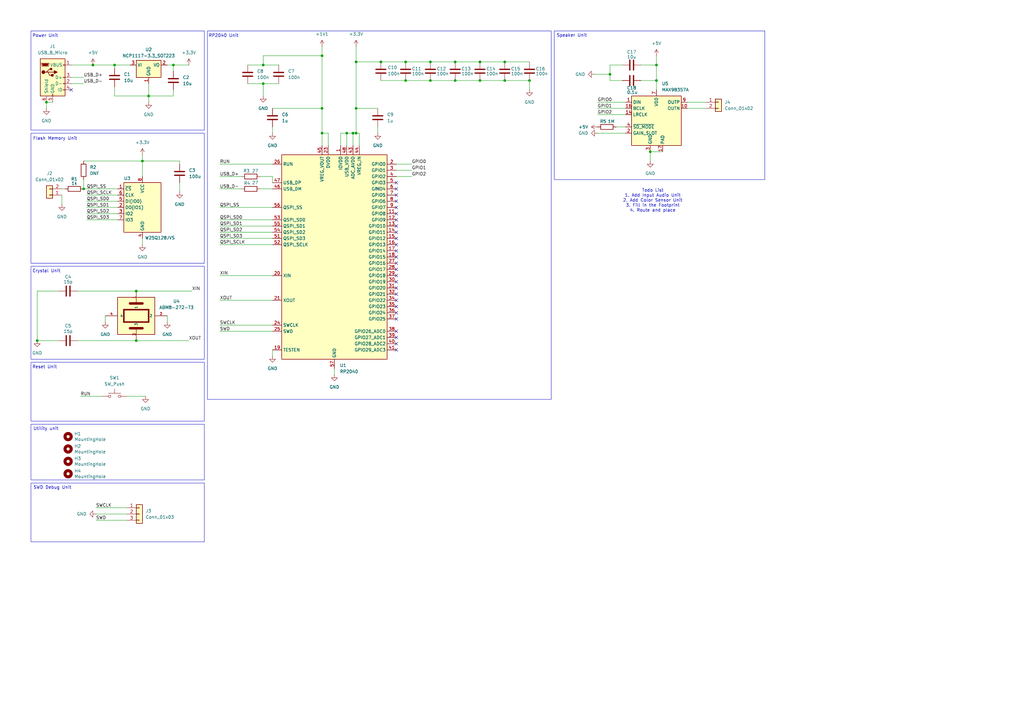
<source format=kicad_sch>
(kicad_sch (version 20231120) (generator "eeschema") (generator_version "8.0")
  (paper "A3")
  (lib_symbols
    (symbol "ABM8-272-T3:ABM8-272-T3" (pin_names (offset 1.016))
      (property "Reference" "U" (at 0 0 0))
      (property "Value" "ABM8-272-T3" (at 0 0 0))
      (symbol "ABM8-272-T3_0_0"
        (rectangle (start -7.62 -7.62) (end 7.62 7.62) (stroke (width 0.254)) (fill (type background)))
        (polyline (pts (xy -5.08 -2.54) (xy 5.08 -2.54)) (stroke (width 0.6096)))
        (polyline (pts (xy -5.08 2.54) (xy -5.08 -2.54)) (stroke (width 0.6096)))
        (polyline (pts (xy -2.54 -5.08) (xy 2.54 -5.08)) (stroke (width 1.016)))
        (polyline (pts (xy -2.54 5.08) (xy 2.54 5.08)) (stroke (width 1.016)))
        (polyline (pts (xy 5.08 -2.54) (xy 5.08 2.54)) (stroke (width 0.6096)))
        (polyline (pts (xy 5.08 2.54) (xy -5.08 2.54)) (stroke (width 0.6096)))
        (pin bidirectional line (at 0 10.16 270) (length 5.08) (name "1") (number "1"))
        (pin bidirectional line (at 12.7 0 180) (length 5.08) (name "2") (number "2"))
        (pin bidirectional line (at 0 -10.16 90) (length 5.08) (name "3") (number "3"))
        (pin bidirectional line (at -12.7 0 0) (length 5.08) (name "4") (number "4"))
      )
    )
    (symbol "Audio:MAX98357A"
      (property "Reference" "U" (at -8.89 11.43 0))
      (property "Value" "MAX98357A" (at 10.16 11.43 0))
      (symbol "MAX98357A_1_1"
        (rectangle (start -10.16 10.16) (end 10.16 -10.16) (stroke (width 0.254)) (fill (type background)))
        (pin input line (at -12.7 7.62 0) (length 2.54) (name "DIN") (number "1"))
        (pin output line (at 12.7 5.08 180) (length 2.54) (name "OUTN") (number "10"))
        (pin passive line (at -2.54 -12.7 90) (length 2.54) hide (name "GND") (number "11"))
        (pin no_connect line (at 10.16 -5.08 180) (length 2.54) hide (name "NC") (number "12"))
        (pin no_connect line (at 10.16 -7.62 180) (length 2.54) hide (name "NC") (number "13"))
        (pin input line (at -12.7 2.54 0) (length 2.54) (name "LRCLK") (number "14"))
        (pin passive line (at -2.54 -12.7 90) (length 2.54) hide (name "GND") (number "15"))
        (pin input line (at -12.7 5.08 0) (length 2.54) (name "BCLK") (number "16"))
        (pin unspecified line (at 2.54 -12.7 90) (length 2.54) (name "PAD") (number "17"))
        (pin passive line (at -12.7 -5.08 0) (length 2.54) (name "GAIN_SLOT") (number "2"))
        (pin power_in line (at -2.54 -12.7 90) (length 2.54) (name "GND") (number "3"))
        (pin input line (at -12.7 -2.54 0) (length 2.54) (name "~{SD_MODE}") (number "4"))
        (pin no_connect line (at 10.16 2.54 180) (length 2.54) hide (name "NC") (number "5"))
        (pin no_connect line (at 10.16 0 180) (length 2.54) hide (name "NC") (number "6"))
        (pin power_in line (at 0 12.7 270) (length 2.54) (name "VDD") (number "7"))
        (pin passive line (at 0 12.7 270) (length 2.54) hide (name "VDD") (number "8"))
        (pin output line (at 12.7 7.62 180) (length 2.54) (name "OUTP") (number "9"))
      )
    )
    (symbol "Connector:USB_B_Micro" (pin_names (offset 1.016))
      (property "Reference" "J" (at -5.08 11.43 0))
      (property "Value" "USB_B_Micro" (at -5.08 8.89 0))
      (symbol "USB_B_Micro_0_1"
        (rectangle (start -5.08 -7.62) (end 5.08 7.62) (stroke (width 0.254)) (fill (type background)))
        (circle (center -3.81 2.159) (radius 0.635) (stroke (width 0.254)) (fill (type outline)))
        (circle (center -0.635 3.429) (radius 0.381) (stroke (width 0.254)) (fill (type outline)))
        (rectangle (start -0.127 -7.62) (end 0.127 -6.858))
        (polyline (pts (xy -1.905 2.159) (xy 0.635 2.159)) (stroke (width 0.254)))
        (polyline (pts (xy -3.175 2.159) (xy -2.54 2.159) (xy -1.27 3.429) (xy -0.635 3.429)) (stroke (width 0.254)))
        (polyline (pts (xy -2.54 2.159) (xy -1.905 2.159) (xy -1.27 0.889) (xy 0 0.889)) (stroke (width 0.254)))
        (polyline (pts (xy 0.635 2.794) (xy 0.635 1.524) (xy 1.905 2.159) (xy 0.635 2.794)) (stroke (width 0.254)) (fill (type outline)))
        (polyline (pts (xy -4.318 5.588) (xy -1.778 5.588) (xy -2.032 4.826) (xy -4.064 4.826) (xy -4.318 5.588)) (fill (type outline)))
        (polyline (pts (xy -4.699 5.842) (xy -4.699 5.588) (xy -4.445 4.826) (xy -4.445 4.572) (xy -1.651 4.572) (xy -1.651 4.826) (xy -1.397 5.588) (xy -1.397 5.842) (xy -4.699 5.842)))
        (rectangle (start 0.254 1.27) (end -0.508 0.508) (stroke (width 0.254)) (fill (type outline)))
        (rectangle (start 5.08 -5.207) (end 4.318 -4.953))
        (rectangle (start 5.08 -2.667) (end 4.318 -2.413))
        (rectangle (start 5.08 -0.127) (end 4.318 0.127))
        (rectangle (start 5.08 4.953) (end 4.318 5.207))
      )
      (symbol "USB_B_Micro_1_1"
        (pin power_out line (at 7.62 5.08 180) (length 2.54) (name "VBUS") (number "1"))
        (pin bidirectional line (at 7.62 -2.54 180) (length 2.54) (name "D-") (number "2"))
        (pin bidirectional line (at 7.62 0 180) (length 2.54) (name "D+") (number "3"))
        (pin passive line (at 7.62 -5.08 180) (length 2.54) (name "ID") (number "4"))
        (pin power_out line (at 0 -10.16 90) (length 2.54) (name "GND") (number "5"))
        (pin passive line (at -2.54 -10.16 90) (length 2.54) (name "Shield") (number "6"))
      )
    )
    (symbol "Connector_Generic:Conn_01x02" (pin_names (offset 1.016) hide)
      (property "Reference" "J" (at 0 2.54 0))
      (property "Value" "Conn_01x02" (at 0 -5.08 0))
      (symbol "Conn_01x02_1_1"
        (rectangle (start -1.27 -2.413) (end 0 -2.667) (stroke (width 0.1524)))
        (rectangle (start -1.27 0.127) (end 0 -0.127) (stroke (width 0.1524)))
        (rectangle (start -1.27 1.27) (end 1.27 -3.81) (stroke (width 0.254)) (fill (type background)))
        (pin passive line (at -5.08 0 0) (length 3.81) (name "Pin_1") (number "1"))
        (pin passive line (at -5.08 -2.54 0) (length 3.81) (name "Pin_2") (number "2"))
      )
    )
    (symbol "Connector_Generic:Conn_01x03" (pin_names (offset 1.016) hide)
      (property "Reference" "J" (at 0 5.08 0))
      (property "Value" "Conn_01x03" (at 0 -5.08 0))
      (symbol "Conn_01x03_1_1"
        (rectangle (start -1.27 -2.413) (end 0 -2.667) (stroke (width 0.1524)))
        (rectangle (start -1.27 0.127) (end 0 -0.127) (stroke (width 0.1524)))
        (rectangle (start -1.27 2.667) (end 0 2.413) (stroke (width 0.1524)))
        (rectangle (start -1.27 3.81) (end 1.27 -3.81) (stroke (width 0.254)) (fill (type background)))
        (pin passive line (at -5.08 2.54 0) (length 3.81) (name "Pin_1") (number "1"))
        (pin passive line (at -5.08 0 0) (length 3.81) (name "Pin_2") (number "2"))
        (pin passive line (at -5.08 -2.54 0) (length 3.81) (name "Pin_3") (number "3"))
      )
    )
    (symbol "Device:C" (pin_numbers hide) (pin_names (offset 0.254))
      (property "Reference" "C" (at 0.635 2.54 0))
      (property "Value" "C" (at 0.635 -2.54 0))
      (symbol "C_0_1"
        (polyline (pts (xy -2.032 -0.762) (xy 2.032 -0.762)) (stroke (width 0.508)))
        (polyline (pts (xy -2.032 0.762) (xy 2.032 0.762)) (stroke (width 0.508)))
      )
      (symbol "C_1_1"
        (pin passive line (at 0 3.81 270) (length 2.794) (name "~") (number "1"))
        (pin passive line (at 0 -3.81 90) (length 2.794) (name "~") (number "2"))
      )
    )
    (symbol "Device:R" (pin_numbers hide) (pin_names (offset 0))
      (property "Reference" "R" (at 2.032 0 90))
      (property "Value" "R" (at 0 0 90))
      (symbol "R_0_1"
        (rectangle (start -1.016 -2.54) (end 1.016 2.54) (stroke (width 0.254)))
      )
      (symbol "R_1_1"
        (pin passive line (at 0 3.81 270) (length 1.27) (name "~") (number "1"))
        (pin passive line (at 0 -3.81 90) (length 1.27) (name "~") (number "2"))
      )
    )
    (symbol "MCU_RaspberryPi:RP2040"
      (property "Reference" "U" (at 17.78 45.72 0))
      (property "Value" "RP2040" (at 17.78 43.18 0))
      (symbol "RP2040_0_1"
        (rectangle (start -21.59 41.91) (end 21.59 -41.91) (stroke (width 0.254)) (fill (type background)))
      )
      (symbol "RP2040_1_1"
        (pin power_in line (at 2.54 45.72 270) (length 3.81) (name "IOVDD") (number "1"))
        (pin passive line (at 2.54 45.72 270) (length 3.81) hide (name "IOVDD") (number "10"))
        (pin bidirectional line (at 25.4 17.78 180) (length 3.81) (name "GPIO8") (number "11"))
        (pin bidirectional line (at 25.4 15.24 180) (length 3.81) (name "GPIO9") (number "12"))
        (pin bidirectional line (at 25.4 12.7 180) (length 3.81) (name "GPIO10") (number "13"))
        (pin bidirectional line (at 25.4 10.16 180) (length 3.81) (name "GPIO11") (number "14"))
        (pin bidirectional line (at 25.4 7.62 180) (length 3.81) (name "GPIO12") (number "15"))
        (pin bidirectional line (at 25.4 5.08 180) (length 3.81) (name "GPIO13") (number "16"))
        (pin bidirectional line (at 25.4 2.54 180) (length 3.81) (name "GPIO14") (number "17"))
        (pin bidirectional line (at 25.4 0 180) (length 3.81) (name "GPIO15") (number "18"))
        (pin input line (at -25.4 -38.1 0) (length 3.81) (name "TESTEN") (number "19"))
        (pin bidirectional line (at 25.4 38.1 180) (length 3.81) (name "GPIO0") (number "2"))
        (pin input line (at -25.4 -7.62 0) (length 3.81) (name "XIN") (number "20"))
        (pin passive line (at -25.4 -17.78 0) (length 3.81) (name "XOUT") (number "21"))
        (pin passive line (at 2.54 45.72 270) (length 3.81) hide (name "IOVDD") (number "22"))
        (pin power_in line (at -2.54 45.72 270) (length 3.81) (name "DVDD") (number "23"))
        (pin input line (at -25.4 -27.94 0) (length 3.81) (name "SWCLK") (number "24"))
        (pin bidirectional line (at -25.4 -30.48 0) (length 3.81) (name "SWD") (number "25"))
        (pin input line (at -25.4 38.1 0) (length 3.81) (name "RUN") (number "26"))
        (pin bidirectional line (at 25.4 -2.54 180) (length 3.81) (name "GPIO16") (number "27"))
        (pin bidirectional line (at 25.4 -5.08 180) (length 3.81) (name "GPIO17") (number "28"))
        (pin bidirectional line (at 25.4 -7.62 180) (length 3.81) (name "GPIO18") (number "29"))
        (pin bidirectional line (at 25.4 35.56 180) (length 3.81) (name "GPIO1") (number "3"))
        (pin bidirectional line (at 25.4 -10.16 180) (length 3.81) (name "GPIO19") (number "30"))
        (pin bidirectional line (at 25.4 -12.7 180) (length 3.81) (name "GPIO20") (number "31"))
        (pin bidirectional line (at 25.4 -15.24 180) (length 3.81) (name "GPIO21") (number "32"))
        (pin passive line (at 2.54 45.72 270) (length 3.81) hide (name "IOVDD") (number "33"))
        (pin bidirectional line (at 25.4 -17.78 180) (length 3.81) (name "GPIO22") (number "34"))
        (pin bidirectional line (at 25.4 -20.32 180) (length 3.81) (name "GPIO23") (number "35"))
        (pin bidirectional line (at 25.4 -22.86 180) (length 3.81) (name "GPIO24") (number "36"))
        (pin bidirectional line (at 25.4 -25.4 180) (length 3.81) (name "GPIO25") (number "37"))
        (pin bidirectional line (at 25.4 -30.48 180) (length 3.81) (name "GPIO26_ADC0") (number "38"))
        (pin bidirectional line (at 25.4 -33.02 180) (length 3.81) (name "GPIO27_ADC1") (number "39"))
        (pin bidirectional line (at 25.4 33.02 180) (length 3.81) (name "GPIO2") (number "4"))
        (pin bidirectional line (at 25.4 -35.56 180) (length 3.81) (name "GPIO28_ADC2") (number "40"))
        (pin bidirectional line (at 25.4 -38.1 180) (length 3.81) (name "GPIO29_ADC3") (number "41"))
        (pin passive line (at 2.54 45.72 270) (length 3.81) hide (name "IOVDD") (number "42"))
        (pin power_in line (at 7.62 45.72 270) (length 3.81) (name "ADC_AVDD") (number "43"))
        (pin power_in line (at 10.16 45.72 270) (length 3.81) (name "VREG_IN") (number "44"))
        (pin power_out line (at -5.08 45.72 270) (length 3.81) (name "VREG_VOUT") (number "45"))
        (pin bidirectional line (at -25.4 27.94 0) (length 3.81) (name "USB_DM") (number "46"))
        (pin bidirectional line (at -25.4 30.48 0) (length 3.81) (name "USB_DP") (number "47"))
        (pin power_in line (at 5.08 45.72 270) (length 3.81) (name "USB_VDD") (number "48"))
        (pin passive line (at 2.54 45.72 270) (length 3.81) hide (name "IOVDD") (number "49"))
        (pin bidirectional line (at 25.4 30.48 180) (length 3.81) (name "GPIO3") (number "5"))
        (pin passive line (at -2.54 45.72 270) (length 3.81) hide (name "DVDD") (number "50"))
        (pin bidirectional line (at -25.4 7.62 0) (length 3.81) (name "QSPI_SD3") (number "51"))
        (pin output line (at -25.4 5.08 0) (length 3.81) (name "QSPI_SCLK") (number "52"))
        (pin bidirectional line (at -25.4 15.24 0) (length 3.81) (name "QSPI_SD0") (number "53"))
        (pin bidirectional line (at -25.4 10.16 0) (length 3.81) (name "QSPI_SD2") (number "54"))
        (pin bidirectional line (at -25.4 12.7 0) (length 3.81) (name "QSPI_SD1") (number "55"))
        (pin bidirectional line (at -25.4 20.32 0) (length 3.81) (name "QSPI_SS") (number "56"))
        (pin power_in line (at 0 -45.72 90) (length 3.81) (name "GND") (number "57"))
        (pin bidirectional line (at 25.4 27.94 180) (length 3.81) (name "GPIO4") (number "6"))
        (pin bidirectional line (at 25.4 25.4 180) (length 3.81) (name "GPIO5") (number "7"))
        (pin bidirectional line (at 25.4 22.86 180) (length 3.81) (name "GPIO6") (number "8"))
        (pin bidirectional line (at 25.4 20.32 180) (length 3.81) (name "GPIO7") (number "9"))
      )
    )
    (symbol "Mechanical:MountingHole" (pin_names (offset 1.016))
      (property "Reference" "H" (at 0 5.08 0))
      (property "Value" "MountingHole" (at 0 3.175 0))
      (symbol "MountingHole_0_1"
        (circle (center 0 0) (radius 1.27) (stroke (width 1.27)))
      )
    )
    (symbol "Memory_Flash:W25Q128JVS"
      (property "Reference" "U" (at -6.35 11.43 0))
      (property "Value" "W25Q128JVS" (at 7.62 11.43 0))
      (symbol "W25Q128JVS_0_1"
        (rectangle (start -7.62 10.16) (end 7.62 -10.16) (stroke (width 0.254)) (fill (type background)))
      )
      (symbol "W25Q128JVS_1_1"
        (pin input line (at -10.16 7.62 0) (length 2.54) (name "~{CS}") (number "1"))
        (pin bidirectional line (at -10.16 0 0) (length 2.54) (name "DO(IO1)") (number "2"))
        (pin bidirectional line (at -10.16 -2.54 0) (length 2.54) (name "IO2") (number "3"))
        (pin power_in line (at 0 -12.7 90) (length 2.54) (name "GND") (number "4"))
        (pin bidirectional line (at -10.16 2.54 0) (length 2.54) (name "DI(IO0)") (number "5"))
        (pin input line (at -10.16 5.08 0) (length 2.54) (name "CLK") (number "6"))
        (pin bidirectional line (at -10.16 -5.08 0) (length 2.54) (name "IO3") (number "7"))
        (pin power_in line (at 0 12.7 270) (length 2.54) (name "VCC") (number "8"))
      )
    )
    (symbol "Regulator_Linear:NCP1117-3.3_SOT223"
      (property "Reference" "U" (at -3.81 3.175 0))
      (property "Value" "NCP1117-3.3_SOT223" (at 0 3.175 0))
      (symbol "NCP1117-3.3_SOT223_0_1"
        (rectangle (start -5.08 -5.08) (end 5.08 1.905) (stroke (width 0.254)) (fill (type background)))
      )
      (symbol "NCP1117-3.3_SOT223_1_1"
        (pin power_in line (at 0 -7.62 90) (length 2.54) (name "GND") (number "1"))
        (pin power_out line (at 7.62 0 180) (length 2.54) (name "VO") (number "2"))
        (pin power_in line (at -7.62 0 0) (length 2.54) (name "VI") (number "3"))
      )
    )
    (symbol "Switch:SW_Push" (pin_numbers hide) (pin_names (offset 1.016) hide)
      (property "Reference" "SW" (at 1.27 2.54 0))
      (property "Value" "SW_Push" (at 0 -1.524 0))
      (symbol "SW_Push_0_1"
        (circle (center -2.032 0) (radius 0.508))
        (polyline (pts (xy 0 1.27) (xy 0 3.048)))
        (polyline (pts (xy 2.54 1.27) (xy -2.54 1.27)))
        (circle (center 2.032 0) (radius 0.508))
        (pin passive line (at -5.08 0 0) (length 2.54) (name "1") (number "1"))
        (pin passive line (at 5.08 0 180) (length 2.54) (name "2") (number "2"))
      )
    )
    (symbol "power:+1V1" (power) (pin_numbers hide) (pin_names (offset 0) hide)
      (property "Value" "+1V1" (at 0 3.556 0))
      (symbol "+1V1_0_1"
        (polyline (pts (xy -0.762 1.27) (xy 0 2.54)))
        (polyline (pts (xy 0 0) (xy 0 2.54)))
        (polyline (pts (xy 0 2.54) (xy 0.762 1.27)))
      )
      (symbol "+1V1_1_1"
        (pin power_in line (at 0 0 90) (length 0) (name "~") (number "1"))
      )
    )
    (symbol "power:+3.3V" (power) (pin_numbers hide) (pin_names (offset 0) hide)
      (property "Value" "+3.3V" (at 0 3.556 0))
      (symbol "+3.3V_0_1"
        (polyline (pts (xy -0.762 1.27) (xy 0 2.54)))
        (polyline (pts (xy 0 0) (xy 0 2.54)))
        (polyline (pts (xy 0 2.54) (xy 0.762 1.27)))
      )
      (symbol "+3.3V_1_1"
        (pin power_in line (at 0 0 90) (length 0) (name "~") (number "1"))
      )
    )
    (symbol "power:+5V" (power) (pin_numbers hide) (pin_names (offset 0) hide)
      (property "Value" "+5V" (at 0 3.556 0))
      (symbol "+5V_0_1"
        (polyline (pts (xy -0.762 1.27) (xy 0 2.54)))
        (polyline (pts (xy 0 0) (xy 0 2.54)))
        (polyline (pts (xy 0 2.54) (xy 0.762 1.27)))
      )
      (symbol "+5V_1_1"
        (pin power_in line (at 0 0 90) (length 0) (name "~") (number "1"))
      )
    )
    (symbol "power:GND" (power) (pin_numbers hide) (pin_names (offset 0) hide)
      (property "Value" "GND" (at 0 -3.81 0))
      (symbol "GND_0_1"
        (polyline (pts (xy 0 0) (xy 0 -1.27) (xy 1.27 -1.27) (xy 0 -2.54) (xy -1.27 -1.27) (xy 0 -1.27)))
      )
      (symbol "GND_1_1"
        (pin power_in line (at 0 0 270) (length 0) (name "~") (number "1"))
      )
    )
  )
  (junction (at 166.37 33.02))
  (junction (at 60.96 39.37))
  (junction (at 132.08 54.61))
  (junction (at 196.85 33.02))
  (junction (at 132.08 22.86))
  (junction (at 55.88 119.38))
  (junction (at 207.01 33.02))
  (junction (at 269.24 26.67))
  (junction (at 142.24 54.61))
  (junction (at 144.78 54.61))
  (junction (at 107.95 34.29))
  (junction (at 146.05 44.45))
  (junction (at 34.29 77.47))
  (junction (at 186.69 25.4))
  (junction (at 166.37 25.4))
  (junction (at 186.69 33.02))
  (junction (at 207.01 25.4))
  (junction (at 58.42 66.04))
  (junction (at 55.88 139.7))
  (junction (at 107.95 26.67))
  (junction (at 46.99 26.67))
  (junction (at 176.53 25.4))
  (junction (at 266.7 62.23))
  (junction (at 15.24 139.7))
  (junction (at 156.21 25.4))
  (junction (at 38.1 26.67))
  (junction (at 132.08 44.45))
  (junction (at 250.19 30.48))
  (junction (at 146.05 54.61))
  (junction (at 71.12 26.67))
  (junction (at 19.05 41.91))
  (junction (at 196.85 25.4))
  (junction (at 269.24 33.02))
  (junction (at 176.53 33.02))
  (junction (at 146.05 25.4))
  (junction (at 217.17 33.02))
  (no_connect (at 162.56 74.93))
  (no_connect (at 162.56 118.11))
  (no_connect (at 162.56 115.57))
  (no_connect (at 162.56 143.51))
  (no_connect (at 162.56 107.95))
  (no_connect (at 162.56 138.43))
  (no_connect (at 162.56 77.47))
  (no_connect (at 162.56 125.73))
  (no_connect (at 29.21 36.83))
  (no_connect (at 162.56 80.01))
  (no_connect (at 162.56 100.33))
  (no_connect (at 162.56 110.49))
  (no_connect (at 154.94 77.47))
  (no_connect (at 162.56 85.09))
  (no_connect (at 162.56 92.71))
  (no_connect (at 162.56 82.55))
  (no_connect (at 162.56 135.89))
  (no_connect (at 162.56 87.63))
  (no_connect (at 162.56 130.81))
  (no_connect (at 162.56 120.65))
  (no_connect (at 162.56 95.25))
  (no_connect (at 162.56 123.19))
  (no_connect (at 162.56 113.03))
  (no_connect (at 162.56 140.97))
  (no_connect (at 162.56 90.17))
  (no_connect (at 162.56 128.27))
  (no_connect (at 162.56 102.87))
  (no_connect (at 162.56 97.79))
  (no_connect (at 162.56 105.41))
  (wire (pts (xy 262.89 26.67) (xy 269.24 26.67)))
  (wire (pts (xy 58.42 63.5) (xy 58.42 66.04)))
  (wire (pts (xy 90.17 92.71) (xy 111.76 92.71)))
  (wire (pts (xy 46.99 39.37) (xy 60.96 39.37)))
  (wire (pts (xy 35.56 80.01) (xy 48.26 80.01)))
  (wire (pts (xy 245.11 46.99) (xy 256.54 46.99)))
  (wire (pts (xy 269.24 33.02) (xy 269.24 36.83)))
  (wire (pts (xy 147.32 54.61) (xy 147.32 59.69)))
  (wire (pts (xy 39.37 210.82) (xy 52.07 210.82)))
  (wire (pts (xy 46.99 26.67) (xy 46.99 27.94)))
  (wire (pts (xy 132.08 22.86) (xy 132.08 44.45)))
  (wire (pts (xy 139.7 54.61) (xy 142.24 54.61)))
  (wire (pts (xy 250.19 26.67) (xy 250.19 30.48)))
  (wire (pts (xy 255.27 26.67) (xy 250.19 26.67)))
  (wire (pts (xy 90.17 72.39) (xy 99.06 72.39)))
  (wire (pts (xy 34.29 77.47) (xy 48.26 77.47)))
  (wire (pts (xy 162.56 69.85) (xy 168.91 69.85)))
  (wire (pts (xy 245.11 54.61) (xy 256.54 54.61)))
  (wire (pts (xy 132.08 54.61) (xy 132.08 44.45)))
  (wire (pts (xy 144.78 54.61) (xy 146.05 54.61)))
  (wire (pts (xy 35.56 85.09) (xy 48.26 85.09)))
  (wire (pts (xy 55.88 139.7) (xy 77.47 139.7)))
  (wire (pts (xy 90.17 90.17) (xy 111.76 90.17)))
  (wire (pts (xy 162.56 72.39) (xy 168.91 72.39)))
  (wire (pts (xy 134.62 54.61) (xy 132.08 54.61)))
  (wire (pts (xy 162.56 67.31) (xy 168.91 67.31)))
  (wire (pts (xy 196.85 33.02) (xy 207.01 33.02)))
  (wire (pts (xy 245.11 41.91) (xy 256.54 41.91)))
  (wire (pts (xy 101.6 34.29) (xy 107.95 34.29)))
  (wire (pts (xy 46.99 26.67) (xy 53.34 26.67)))
  (wire (pts (xy 35.56 82.55) (xy 48.26 82.55)))
  (wire (pts (xy 196.85 25.4) (xy 207.01 25.4)))
  (wire (pts (xy 146.05 44.45) (xy 154.94 44.45)))
  (wire (pts (xy 255.27 33.02) (xy 250.19 33.02)))
  (wire (pts (xy 245.11 44.45) (xy 256.54 44.45)))
  (wire (pts (xy 73.66 67.31) (xy 73.66 66.04)))
  (wire (pts (xy 106.68 72.39) (xy 111.76 72.39)))
  (wire (pts (xy 266.7 62.23) (xy 271.78 62.23)))
  (wire (pts (xy 156.21 25.4) (xy 166.37 25.4)))
  (wire (pts (xy 24.13 119.38) (xy 15.24 119.38)))
  (wire (pts (xy 146.05 25.4) (xy 156.21 25.4)))
  (wire (pts (xy 137.16 151.13) (xy 137.16 153.67)))
  (wire (pts (xy 154.94 52.07) (xy 154.94 54.61)))
  (wire (pts (xy 146.05 19.05) (xy 146.05 25.4)))
  (wire (pts (xy 60.96 34.29) (xy 60.96 39.37)))
  (wire (pts (xy 156.21 33.02) (xy 166.37 33.02)))
  (wire (pts (xy 34.29 66.04) (xy 58.42 66.04)))
  (wire (pts (xy 281.94 41.91) (xy 289.56 41.91)))
  (wire (pts (xy 90.17 77.47) (xy 99.06 77.47)))
  (wire (pts (xy 15.24 119.38) (xy 15.24 139.7)))
  (wire (pts (xy 250.19 33.02) (xy 250.19 30.48)))
  (wire (pts (xy 101.6 26.67) (xy 107.95 26.67)))
  (wire (pts (xy 25.4 77.47) (xy 26.67 77.47)))
  (wire (pts (xy 111.76 52.07) (xy 111.76 54.61)))
  (wire (pts (xy 90.17 85.09) (xy 111.76 85.09)))
  (wire (pts (xy 29.21 26.67) (xy 38.1 26.67)))
  (wire (pts (xy 176.53 25.4) (xy 186.69 25.4)))
  (wire (pts (xy 33.02 162.56) (xy 41.91 162.56)))
  (wire (pts (xy 142.24 54.61) (xy 144.78 54.61)))
  (wire (pts (xy 38.1 26.67) (xy 46.99 26.67)))
  (wire (pts (xy 19.05 41.91) (xy 19.05 44.45)))
  (wire (pts (xy 266.7 62.23) (xy 266.7 66.04)))
  (wire (pts (xy 142.24 54.61) (xy 142.24 59.69)))
  (wire (pts (xy 58.42 66.04) (xy 58.42 72.39)))
  (wire (pts (xy 43.18 129.54) (xy 43.18 132.08)))
  (wire (pts (xy 132.08 44.45) (xy 111.76 44.45)))
  (wire (pts (xy 19.05 41.91) (xy 21.59 41.91)))
  (wire (pts (xy 35.56 87.63) (xy 48.26 87.63)))
  (wire (pts (xy 39.37 208.28) (xy 52.07 208.28)))
  (wire (pts (xy 132.08 54.61) (xy 132.08 59.69)))
  (wire (pts (xy 29.21 31.75) (xy 34.29 31.75)))
  (wire (pts (xy 186.69 25.4) (xy 196.85 25.4)))
  (wire (pts (xy 262.89 33.02) (xy 269.24 33.02)))
  (wire (pts (xy 90.17 95.25) (xy 111.76 95.25)))
  (wire (pts (xy 34.29 73.66) (xy 34.29 77.47)))
  (wire (pts (xy 166.37 25.4) (xy 176.53 25.4)))
  (wire (pts (xy 107.95 34.29) (xy 114.3 34.29)))
  (wire (pts (xy 207.01 33.02) (xy 217.17 33.02)))
  (wire (pts (xy 144.78 54.61) (xy 144.78 59.69)))
  (wire (pts (xy 207.01 25.4) (xy 217.17 25.4)))
  (wire (pts (xy 139.7 59.69) (xy 139.7 54.61)))
  (wire (pts (xy 107.95 26.67) (xy 114.3 26.67)))
  (wire (pts (xy 73.66 74.93) (xy 73.66 78.74)))
  (wire (pts (xy 166.37 33.02) (xy 176.53 33.02)))
  (wire (pts (xy 90.17 113.03) (xy 111.76 113.03)))
  (wire (pts (xy 52.07 162.56) (xy 59.69 162.56)))
  (wire (pts (xy 243.84 30.48) (xy 250.19 30.48)))
  (wire (pts (xy 39.37 213.36) (xy 52.07 213.36)))
  (wire (pts (xy 269.24 22.86) (xy 269.24 26.67)))
  (wire (pts (xy 111.76 143.51) (xy 111.76 146.05)))
  (wire (pts (xy 46.99 35.56) (xy 46.99 39.37)))
  (wire (pts (xy 71.12 26.67) (xy 77.47 26.67)))
  (wire (pts (xy 31.75 139.7) (xy 55.88 139.7)))
  (wire (pts (xy 58.42 66.04) (xy 73.66 66.04)))
  (wire (pts (xy 111.76 72.39) (xy 111.76 74.93)))
  (wire (pts (xy 68.58 129.54) (xy 68.58 132.08)))
  (wire (pts (xy 60.96 39.37) (xy 60.96 41.91)))
  (wire (pts (xy 134.62 59.69) (xy 134.62 54.61)))
  (wire (pts (xy 15.24 139.7) (xy 24.13 139.7)))
  (wire (pts (xy 90.17 97.79) (xy 111.76 97.79)))
  (wire (pts (xy 107.95 22.86) (xy 107.95 26.67)))
  (wire (pts (xy 90.17 135.89) (xy 111.76 135.89)))
  (wire (pts (xy 107.95 22.86) (xy 132.08 22.86)))
  (wire (pts (xy 90.17 133.35) (xy 111.76 133.35)))
  (wire (pts (xy 90.17 67.31) (xy 111.76 67.31)))
  (wire (pts (xy 90.17 100.33) (xy 111.76 100.33)))
  (wire (pts (xy 186.69 33.02) (xy 176.53 33.02)))
  (wire (pts (xy 90.17 123.19) (xy 111.76 123.19)))
  (wire (pts (xy 132.08 19.05) (xy 132.08 22.86)))
  (wire (pts (xy 35.56 90.17) (xy 48.26 90.17)))
  (wire (pts (xy 146.05 25.4) (xy 146.05 44.45)))
  (wire (pts (xy 281.94 44.45) (xy 289.56 44.45)))
  (wire (pts (xy 58.42 97.79) (xy 58.42 100.33)))
  (wire (pts (xy 25.4 80.01) (xy 25.4 83.82)))
  (wire (pts (xy 217.17 33.02) (xy 217.17 36.83)))
  (wire (pts (xy 71.12 26.67) (xy 71.12 29.21)))
  (wire (pts (xy 55.88 119.38) (xy 78.74 119.38)))
  (wire (pts (xy 71.12 36.83) (xy 71.12 39.37)))
  (wire (pts (xy 68.58 26.67) (xy 71.12 26.67)))
  (wire (pts (xy 146.05 44.45) (xy 146.05 54.61)))
  (wire (pts (xy 252.73 52.07) (xy 256.54 52.07)))
  (wire (pts (xy 269.24 26.67) (xy 269.24 33.02)))
  (wire (pts (xy 31.75 119.38) (xy 55.88 119.38)))
  (wire (pts (xy 106.68 77.47) (xy 111.76 77.47)))
  (wire (pts (xy 146.05 54.61) (xy 147.32 54.61)))
  (wire (pts (xy 34.29 34.29) (xy 29.21 34.29)))
  (wire (pts (xy 71.12 39.37) (xy 60.96 39.37)))
  (wire (pts (xy 107.95 34.29) (xy 107.95 39.37)))
  (wire (pts (xy 196.85 33.02) (xy 186.69 33.02)))
  (rectangle (start 12.7 54.61) (end 83.82 107.95))
  (rectangle (start 12.7 109.22) (end 83.82 147.32))
  (rectangle (start 12.7 148.59) (end 83.82 172.72))
  (rectangle (start 12.7 12.7) (end 83.82 53.34))
  (rectangle (start 85.09 12.7) (end 226.06 163.83))
  (text_box "SWD Debug Unit" (at 12.7 198.12 0) (size 71.12 24.13) (effects (font (size 1.27 1.27)) (justify left top)))
  (text_box "Utility unit" (at 12.7 173.99 0) (size 71.12 22.86) (effects (font (size 1.27 1.27)) (justify left top)))
  (text_box "Speaker Unit" (at 227.33 12.7 0) (size 86.36 60.96) (effects (font (size 1.27 1.27)) (justify left top)))
  (text "Reset Unit" (at 18.288 150.622 0) (effects (font (size 1.27 1.27))))
  (text "Todo List\n1. Add Input Audio Unit\n2. Add Color Sensor Unit\n3. Fill in the Footprint\n4. Route and place" (at 267.716 82.296 0) (effects (font (size 1.27 1.27))))
  (text "Power Unit" (at 18.542 14.732 0) (effects (font (size 1.27 1.27))))
  (text "RP2040 Unit" (at 91.694 14.732 0) (effects (font (size 1.27 1.27))))
  (text "Flash Memory Unit" (at 22.606 56.896 0) (effects (font (size 1.27 1.27))))
  (text "Crystal Unit" (at 19.05 111.252 0) (effects (font (size 1.27 1.27))))
  (label "GPIO0" (at 245.11 41.91 0))
  (label "XOUT" (at 77.47 139.7 0))
  (label "USB_D-" (at 90.17 77.47 0))
  (label "QSPI_SD2" (at 90.17 95.25 0))
  (label "GPIO2" (at 245.11 46.99 0))
  (label "QSPI_SD1" (at 35.56 85.09 0))
  (label "XOUT" (at 90.17 123.19 0))
  (label "QSPI_SCLK" (at 90.17 100.33 0))
  (label "GPIO2" (at 168.91 72.39 0))
  (label "XIN" (at 78.74 119.38 0))
  (label "QSPI_SS" (at 90.17 85.09 0))
  (label "GPIO0" (at 168.91 67.31 0))
  (label "SWCLK" (at 39.37 208.28 0))
  (label "RUN" (at 33.02 162.56 0))
  (label "QSPI_SD3" (at 90.17 97.79 0))
  (label "QSPI_SCLK" (at 35.56 80.01 0))
  (label "GPIO1" (at 245.11 44.45 0))
  (label "SWD" (at 39.37 213.36 0))
  (label "QSPI_SD0" (at 90.17 90.17 0))
  (label "USB_D+" (at 90.17 72.39 0))
  (label "GPIO1" (at 168.91 69.85 0))
  (label "USB_D-" (at 34.29 34.29 0))
  (label "QSPI_SD2" (at 35.56 87.63 0))
  (label "QSPI_SD3" (at 35.56 90.17 0))
  (label "QSPI_SS" (at 35.56 77.47 0))
  (label "XIN" (at 90.17 113.03 0))
  (label "USB_D+" (at 34.29 31.75 0))
  (label "SWCLK" (at 90.17 133.35 0))
  (label "QSPI_SD0" (at 35.56 82.55 0))
  (label "QSPI_SD1" (at 90.17 92.71 0))
  (label "SWD" (at 90.17 135.89 0))
  (label "RUN" (at 90.17 67.31 0))
  (symbol (lib_id "power:+5V") (at 245.11 52.07 90) (unit 1)
    (property "Reference" "#PWR22" (effects (hide yes)))
    (property "Value" "+5V" (at 241.3 52.0699 90) (effects (justify left)))
    (property "Description" "Power symbol creates a global label with name \"+5V\"" (effects (hide yes)))
  )
  (symbol (lib_id "power:GND") (at 19.05 44.45 0) (unit 1)
    (property "Reference" "#PWR1" (effects (hide yes)))
    (property "Value" "GND" (at 19.05 49.53 0))
    (property "Description" "Power symbol creates a global label with name \"GND\" , ground" (effects (hide yes)))
  )
  (symbol (lib_id "power:GND") (at 25.4 83.82 0) (unit 1)
    (property "Reference" "#PWR5" (effects (hide yes)))
    (property "Value" "GND" (at 25.4 88.9 0))
    (property "Description" "Power symbol creates a global label with name \"GND\" , ground" (effects (hide yes)))
  )
  (symbol (lib_id "power:GND") (at 58.42 100.33 0) (unit 1)
    (property "Reference" "#PWR3" (effects (hide yes)))
    (property "Value" "GND" (at 58.42 105.41 0))
    (property "Description" "Power symbol creates a global label with name \"GND\" , ground" (effects (hide yes)))
  )
  (symbol (lib_id "Device:C") (at 156.21 29.21 0) (unit 1)
    (property "Reference" "C10" (at 159.004 27.686 0) (effects (justify left)))
    (property "Value" "100n" (at 159.004 30.226 0) (effects (justify left)))
    (property "Footprint" "Capacitor_SMD:C_0603_1608Metric" (effects (hide yes)))
    (property "Description" "Unpolarized capacitor" (effects (hide yes)))
  )
  (symbol (lib_id "Device:C") (at 259.08 33.02 90) (unit 1)
    (property "Reference" "C18" (at 259.08 36.068 90))
    (property "Value" "0.1u" (at 259.334 37.846 90))
    (property "Footprint" "Capacitor_SMD:C_0603_1608Metric" (effects (hide yes)))
    (property "Description" "Unpolarized capacitor" (effects (hide yes)))
  )
  (symbol (lib_id "Connector_Generic:Conn_01x03") (at 57.15 210.82 0) (unit 1)
    (property "Reference" "J3" (at 59.69 209.5499 0) (effects (justify left)))
    (property "Value" "Conn_01x03" (at 59.69 212.0899 0) (effects (justify left)))
    (property "Footprint" "Connector_PinSocket_2.54mm:PinSocket_1x03_P2.54mm_Vertical" (effects (hide yes)))
    (property "Description" "Generic connector, single row, 01x03, script generated (kicad-library-utils/schlib/autogen/connector/)" (effects (hide yes)))
  )
  (symbol (lib_id "power:GND") (at 68.58 132.08 0) (unit 1)
    (property "Reference" "#PWR8" (effects (hide yes)))
    (property "Value" "GND" (at 68.58 137.16 0))
    (property "Description" "Power symbol creates a global label with name \"GND\" , ground" (effects (hide yes)))
  )
  (symbol (lib_id "Mechanical:MountingHole") (at 27.94 194.31 0) (unit 1)
    (property "Reference" "H4" (at 30.48 193.1416 0) (effects (justify left)))
    (property "Value" "MountingHole" (at 30.48 195.453 0) (effects (justify left)))
    (property "Footprint" "MountingHole:MountingHole_2.7mm_M2.5" (effects (hide yes)))
  )
  (symbol (lib_id "power:GND") (at 217.17 36.83 0) (unit 1)
    (property "Reference" "#PWR18" (effects (hide yes)))
    (property "Value" "GND" (at 217.17 41.91 0))
    (property "Description" "Power symbol creates a global label with name \"GND\" , ground" (effects (hide yes)))
  )
  (symbol (lib_id "Device:R") (at 102.87 77.47 90) (unit 1)
    (property "Reference" "R4" (at 101.346 75.184 90))
    (property "Value" "27" (at 104.648 74.93 90))
    (property "Footprint" "Resistor_SMD:R_0603_1608Metric" (effects (hide yes)))
    (property "Description" "Resistor" (effects (hide yes)))
  )
  (symbol (lib_id "power:GND") (at 43.18 132.08 0) (unit 1)
    (property "Reference" "#PWR9" (effects (hide yes)))
    (property "Value" "GND" (at 43.18 137.16 0))
    (property "Description" "Power symbol creates a global label with name \"GND\" , ground" (effects (hide yes)))
  )
  (symbol (lib_id "Device:C") (at 46.99 31.75 0) (unit 1)
    (property "Reference" "C1" (at 50.8 30.4799 0) (effects (justify left)))
    (property "Value" "10u" (at 50.8 33.0199 0) (effects (justify left)))
    (property "Footprint" "Capacitor_SMD:C_0603_1608Metric" (effects (hide yes)))
    (property "Description" "Unpolarized capacitor" (effects (hide yes)))
  )
  (symbol (lib_id "Device:C") (at 71.12 33.02 0) (unit 1)
    (property "Reference" "C2" (at 74.93 31.7499 0) (effects (justify left)))
    (property "Value" "10u" (at 74.93 34.2899 0) (effects (justify left)))
    (property "Footprint" "Capacitor_SMD:C_0603_1608Metric" (effects (hide yes)))
    (property "Description" "Unpolarized capacitor" (effects (hide yes)))
  )
  (symbol (lib_id "power:GND") (at 73.66 78.74 0) (unit 1)
    (property "Reference" "#PWR4" (effects (hide yes)))
    (property "Value" "GND" (at 73.66 83.82 0))
    (property "Description" "Power symbol creates a global label with name \"GND\" , ground" (effects (hide yes)))
  )
  (symbol (lib_id "Mechanical:MountingHole") (at 27.94 184.15 0) (unit 1)
    (property "Reference" "H2" (at 30.48 182.9816 0) (effects (justify left)))
    (property "Value" "MountingHole" (at 30.48 185.293 0) (effects (justify left)))
    (property "Footprint" "MountingHole:MountingHole_2.7mm_M2.5" (effects (hide yes)))
  )
  (symbol (lib_id "Device:C") (at 27.94 139.7 90) (unit 1)
    (property "Reference" "C5" (at 27.94 133.604 90))
    (property "Value" "15p" (at 27.94 135.89 90))
    (property "Footprint" "Capacitor_SMD:C_0402_1005Metric" (effects (hide yes)))
    (property "Description" "Unpolarized capacitor" (effects (hide yes)))
  )
  (symbol (lib_id "Device:R") (at 102.87 72.39 90) (unit 1)
    (property "Reference" "R3" (at 101.092 70.104 90))
    (property "Value" "27" (at 104.648 70.104 90))
    (property "Footprint" "Resistor_SMD:R_0603_1608Metric" (effects (hide yes)))
    (property "Description" "Resistor" (effects (hide yes)))
  )
  (symbol (lib_id "power:GND") (at 59.69 162.56 0) (unit 1)
    (property "Reference" "#PWR13" (effects (hide yes)))
    (property "Value" "GND" (at 59.69 167.64 0))
    (property "Description" "Power symbol creates a global label with name \"GND\" , ground" (effects (hide yes)))
  )
  (symbol (lib_id "power:GND") (at 154.94 54.61 0) (unit 1)
    (property "Reference" "#PWR17" (effects (hide yes)))
    (property "Value" "GND" (at 154.94 59.69 0))
    (property "Description" "Power symbol creates a global label with name \"GND\" , ground" (effects (hide yes)))
  )
  (symbol (lib_id "power:+5V") (at 269.24 22.86 0) (unit 1)
    (property "Reference" "#PWR25" (effects (hide yes)))
    (property "Value" "+5V" (at 269.24 17.78 0))
    (property "Description" "Power symbol creates a global label with name \"+5V\"" (effects (hide yes)))
  )
  (symbol (lib_id "Device:C") (at 111.76 48.26 0) (unit 1)
    (property "Reference" "C6" (at 115.57 46.9899 0) (effects (justify left)))
    (property "Value" "1u" (at 115.57 49.5299 0) (effects (justify left)))
    (property "Footprint" "Capacitor_SMD:C_0402_1005Metric" (effects (hide yes)))
    (property "Description" "Unpolarized capacitor" (effects (hide yes)))
  )
  (symbol (lib_id "power:GND") (at 60.96 41.91 0) (unit 1)
    (property "Reference" "#PWR2" (effects (hide yes)))
    (property "Value" "GND" (at 60.96 46.99 0))
    (property "Description" "Power symbol creates a global label with name \"GND\" , ground" (effects (hide yes)))
  )
  (symbol (lib_id "power:GND") (at 137.16 153.67 0) (unit 1)
    (property "Reference" "#PWR11" (effects (hide yes)))
    (property "Value" "GND" (at 137.16 158.75 0))
    (property "Description" "Power symbol creates a global label with name \"GND\" , ground" (effects (hide yes)))
  )
  (symbol (lib_id "power:GND") (at 266.7 66.04 0) (unit 1)
    (property "Reference" "#PWR24" (effects (hide yes)))
    (property "Value" "GND" (at 266.7 71.12 0))
    (property "Description" "Power symbol creates a global label with name \"GND\" , ground" (effects (hide yes)))
  )
  (symbol (lib_id "Device:R") (at 248.92 52.07 90) (unit 1)
    (property "Reference" "R5" (at 247.396 49.784 90))
    (property "Value" "1M" (at 250.698 49.784 90))
    (property "Footprint" "Resistor_SMD:R_0603_1608Metric" (effects (hide yes)))
    (property "Description" "Resistor" (effects (hide yes)))
  )
  (symbol (lib_id "Device:C") (at 166.37 29.21 0) (unit 1)
    (property "Reference" "C11" (at 168.91 28.194 0) (effects (justify left)))
    (property "Value" "100n" (at 168.91 30.226 0) (effects (justify left)))
    (property "Footprint" "Capacitor_SMD:C_0603_1608Metric" (effects (hide yes)))
    (property "Description" "Unpolarized capacitor" (effects (hide yes)))
  )
  (symbol (lib_id "Device:C") (at 114.3 30.48 0) (unit 1)
    (property "Reference" "C7" (at 118.11 29.2099 0) (effects (justify left)))
    (property "Value" "100n" (at 118.11 31.7499 0) (effects (justify left)))
    (property "Footprint" "Capacitor_SMD:C_0603_1608Metric" (effects (hide yes)))
    (property "Description" "Unpolarized capacitor" (effects (hide yes)))
  )
  (symbol (lib_id "Device:C") (at 154.94 48.26 0) (unit 1)
    (property "Reference" "C9" (at 158.75 46.9899 0) (effects (justify left)))
    (property "Value" "1u" (at 158.75 49.5299 0) (effects (justify left)))
    (property "Footprint" "Capacitor_SMD:C_0402_1005Metric" (effects (hide yes)))
    (property "Description" "Unpolarized capacitor" (effects (hide yes)))
  )
  (symbol (lib_id "Switch:SW_Push") (at 46.99 162.56 0) (unit 1)
    (property "Reference" "SW1" (at 46.99 154.94 0))
    (property "Value" "SW_Push" (at 46.99 157.48 0))
    (property "Footprint" "Button_Switch_THT:SW_PUSH_1P1T_6x3.5mm_H4.3_APEM_MJTP1243" (effects (hide yes)))
    (property "Description" "Push button switch, generic, two pins" (effects (hide yes)))
  )
  (symbol (lib_id "Device:C") (at 73.66 71.12 0) (unit 1)
    (property "Reference" "C3" (at 77.47 69.8499 0) (effects (justify left)))
    (property "Value" "100u" (at 77.47 72.3899 0) (effects (justify left)))
    (property "Footprint" "Capacitor_SMD:C_0603_1608Metric" (effects (hide yes)))
    (property "Description" "Unpolarized capacitor" (effects (hide yes)))
  )
  (symbol (lib_id "power:GND") (at 111.76 146.05 0) (unit 1)
    (property "Reference" "#PWR12" (effects (hide yes)))
    (property "Value" "GND" (at 111.76 151.13 0))
    (property "Description" "Power symbol creates a global label with name \"GND\" , ground" (effects (hide yes)))
  )
  (symbol (lib_id "Mechanical:MountingHole") (at 27.94 189.23 0) (unit 1)
    (property "Reference" "H3" (at 30.48 188.0616 0) (effects (justify left)))
    (property "Value" "MountingHole" (at 30.48 190.373 0) (effects (justify left)))
    (property "Footprint" "MountingHole:MountingHole_2.7mm_M2.5" (effects (hide yes)))
  )
  (symbol (lib_id "power:GND") (at 15.24 139.7 0) (unit 1)
    (property "Reference" "#PWR10" (effects (hide yes)))
    (property "Value" "GND" (at 15.24 144.78 0))
    (property "Description" "Power symbol creates a global label with name \"GND\" , ground" (effects (hide yes)))
  )
  (symbol (lib_id "Device:R") (at 30.48 77.47 90) (unit 1)
    (property "Reference" "R1" (at 30.48 73.406 90))
    (property "Value" "1k" (at 30.48 75.184 90))
    (property "Footprint" "Resistor_SMD:R_0603_1608Metric" (effects (hide yes)))
    (property "Description" "Resistor" (effects (hide yes)))
  )
  (symbol (lib_id "Mechanical:MountingHole") (at 27.94 179.07 0) (unit 1)
    (property "Reference" "H1" (at 30.48 177.9016 0) (effects (justify left)))
    (property "Value" "MountingHole" (at 30.48 180.213 0) (effects (justify left)))
    (property "Footprint" "MountingHole:MountingHole_2.7mm_M2.5" (effects (hide yes)))
  )
  (symbol (lib_id "Device:C") (at 217.17 29.21 0) (unit 1)
    (property "Reference" "C16" (at 219.71 28.194 0) (effects (justify left)))
    (property "Value" "100n" (at 219.71 30.226 0) (effects (justify left)))
    (property "Footprint" "Capacitor_SMD:C_0603_1608Metric" (effects (hide yes)))
    (property "Description" "Unpolarized capacitor" (effects (hide yes)))
  )
  (symbol (lib_id "Device:R") (at 34.29 69.85 180) (unit 1)
    (property "Reference" "R2" (at 36.83 68.5799 0) (effects (justify right)))
    (property "Value" "DNF" (at 36.83 71.1199 0) (effects (justify right)))
    (property "Footprint" "Resistor_SMD:R_0603_1608Metric" (effects (hide yes)))
    (property "Description" "Resistor" (effects (hide yes)))
  )
  (symbol (lib_id "Connector:USB_B_Micro") (at 21.59 31.75 0) (unit 1)
    (property "Reference" "J1" (at 21.59 19.05 0))
    (property "Value" "USB_B_Micro" (at 21.59 21.59 0))
    (property "Footprint" "Connector_USB:USB_Micro-B_Amphenol_10103594-0001LF_Horizontal" (effects (hide yes)))
    (property "Description" "USB Micro Type B connector" (effects (hide yes)))
  )
  (symbol (lib_id "power:+3.3V") (at 77.47 26.67 0) (unit 1)
    (property "Reference" "#PWR6" (effects (hide yes)))
    (property "Value" "+3.3V" (at 77.47 21.59 0))
    (property "Description" "Power symbol creates a global label with name \"+3.3V\"" (effects (hide yes)))
  )
  (symbol (lib_id "power:+3.3V") (at 58.42 63.5 0) (unit 1)
    (property "Reference" "#PWR7" (effects (hide yes)))
    (property "Value" "+3.3V" (at 58.42 58.42 0))
    (property "Description" "Power symbol creates a global label with name \"+3.3V\"" (effects (hide yes)))
  )
  (symbol (lib_id "power:+5V") (at 38.1 26.67 0) (unit 1)
    (property "Reference" "#PWR21" (effects (hide yes)))
    (property "Value" "+5V" (at 38.1 21.59 0))
    (property "Description" "Power symbol creates a global label with name \"+5V\"" (effects (hide yes)))
  )
  (symbol (lib_id "power:GND") (at 243.84 30.48 270) (unit 1)
    (property "Reference" "#PWR26" (effects (hide yes)))
    (property "Value" "GND" (at 240.03 30.4799 90) (effects (justify right)))
    (property "Description" "Power symbol creates a global label with name \"GND\" , ground" (effects (hide yes)))
  )
  (symbol (lib_id "power:GND") (at 245.11 54.61 270) (unit 1)
    (property "Reference" "#PWR23" (effects (hide yes)))
    (property "Value" "GND" (at 241.3 54.6099 90) (effects (justify right)))
    (property "Description" "Power symbol creates a global label with name \"GND\" , ground" (effects (hide yes)))
  )
  (symbol (lib_id "power:GND") (at 111.76 54.61 0) (unit 1)
    (property "Reference" "#PWR14" (effects (hide yes)))
    (property "Value" "GND" (at 111.76 59.69 0))
    (property "Description" "Power symbol creates a global label with name \"GND\" , ground" (effects (hide yes)))
  )
  (symbol (lib_id "Connector_Generic:Conn_01x02") (at 20.32 80.01 180) (unit 1)
    (property "Reference" "J2" (at 20.32 71.12 0))
    (property "Value" "Conn_01x02" (at 20.32 73.66 0))
    (property "Footprint" "Connector_PinSocket_2.54mm:PinSocket_1x02_P2.54mm_Vertical" (effects (hide yes)))
    (property "Description" "Generic connector, single row, 01x02, script generated (kicad-library-utils/schlib/autogen/connector/)" (effects (hide yes)))
  )
  (symbol (lib_id "Regulator_Linear:NCP1117-3.3_SOT223") (at 60.96 26.67 0) (unit 1)
    (property "Reference" "U2" (at 60.96 20.32 0))
    (property "Value" "NCP1117-3.3_SOT223" (at 60.96 22.86 0))
    (property "Footprint" "Package_TO_SOT_SMD:SOT-223-3_TabPin2" (effects (hide yes)))
    (property "Datasheet" "http://www.onsemi.com/pub_link/Collateral/NCP1117-D.PDF" (effects (hide yes)))
    (property "Description" "1A Low drop-out regulator, Fixed Output 3.3V, SOT-223" (effects (hide yes)))
  )
  (symbol (lib_id "power:GND") (at 39.37 210.82 270) (unit 1)
    (property "Reference" "#PWR20" (effects (hide yes)))
    (property "Value" "GND" (at 35.56 210.8199 90) (effects (justify right)))
    (property "Description" "Power symbol creates a global label with name \"GND\" , ground" (effects (hide yes)))
  )
  (symbol (lib_id "Device:C") (at 196.85 29.21 0) (unit 1)
    (property "Reference" "C14" (at 199.39 28.194 0) (effects (justify left)))
    (property "Value" "100n" (at 199.39 30.226 0) (effects (justify left)))
    (property "Footprint" "Capacitor_SMD:C_0603_1608Metric" (effects (hide yes)))
    (property "Description" "Unpolarized capacitor" (effects (hide yes)))
  )
  (symbol (lib_id "power:GND") (at 107.95 39.37 0) (unit 1)
    (property "Reference" "#PWR15" (effects (hide yes)))
    (property "Value" "GND" (at 107.95 44.45 0))
    (property "Description" "Power symbol creates a global label with name \"GND\" , ground" (effects (hide yes)))
  )
  (symbol (lib_id "power:+3.3V") (at 146.05 19.05 0) (unit 1)
    (property "Reference" "#PWR19" (effects (hide yes)))
    (property "Value" "+3.3V" (at 146.05 13.97 0))
    (property "Description" "Power symbol creates a global label with name \"+3.3V\"" (effects (hide yes)))
  )
  (symbol (lib_id "ABM8-272-T3:ABM8-272-T3") (at 55.88 129.54 0) (unit 1)
    (property "Reference" "U4" (at 72.39 123.5708 0))
    (property "Value" "ABM8-272-T3" (at 72.39 126.1108 0))
    (property "Footprint" "ABM8-272-T3:ABM8-272-T3" (effects (hide yes)))
    (property "MF" "ABRACON" (effects (hide yes)))
    (property "Description_1" "\n                        \n                            12 MHz ±30ppm Crystal 10pF 50 Ohms 4-SMD, No Lead\n                        \n" (effects (hide yes)))
    (property "Package" "NON-STANDARD-4 Abracon" (effects (hide yes)))
    (property "Price" "None" (effects (hide yes)))
    (property "SnapEDA_Link" "https://www.snapeda.com/parts/ABM8-272-T3/Abracon/view-part/?ref=snap" (effects (hide yes)))
    (property "MP" "ABM8-272-T3" (effects (hide yes)))
    (property "Availability" "In Stock" (effects (hide yes)))
    (property "Check_prices" "https://www.snapeda.com/parts/ABM8-272-T3/Abracon/view-part/?ref=eda" (effects (hide yes)))
  )
  (symbol (lib_id "Memory_Flash:W25Q128JVS") (at 58.42 85.09 0) (unit 1)
    (property "Reference" "U3" (at 50.8 73.152 0) (effects (justify left)))
    (property "Value" "W25Q128JVS" (at 59.436 97.536 0) (effects (justify left)))
    (property "Footprint" "Package_SO:SOIC-8_5.23x5.23mm_P1.27mm" (effects (hide yes)))
    (property "Datasheet" "https://www.winbond.com/resource-files/w25q128jv_dtr%20revc%2003272018%20plus.pdf" (effects (hide yes)))
    (property "Description" "128Mb Serial Flash Memory, Standard/Dual/Quad SPI, SOIC-8" (effects (hide yes)))
  )
  (symbol (lib_id "Connector_Generic:Conn_01x02") (at 294.64 41.91 0) (unit 1)
    (property "Reference" "J4" (at 297.18 41.9099 0) (effects (justify left)))
    (property "Value" "Conn_01x02" (at 297.18 44.4499 0) (effects (justify left)))
    (property "Footprint" "Connector_PinSocket_2.54mm:PinSocket_1x02_P2.54mm_Vertical" (effects (hide yes)))
    (property "Description" "Generic connector, single row, 01x02, script generated (kicad-library-utils/schlib/autogen/connector/)" (effects (hide yes)))
  )
  (symbol (lib_id "Device:C") (at 207.01 29.21 0) (unit 1)
    (property "Reference" "C15" (at 209.55 28.194 0) (effects (justify left)))
    (property "Value" "100n" (at 209.55 30.226 0) (effects (justify left)))
    (property "Footprint" "Capacitor_SMD:C_0603_1608Metric" (effects (hide yes)))
    (property "Description" "Unpolarized capacitor" (effects (hide yes)))
  )
  (symbol (lib_id "Device:C") (at 259.08 26.67 90) (unit 1)
    (property "Reference" "C17" (at 259.08 21.336 90))
    (property "Value" "10u" (at 259.08 23.368 90))
    (property "Footprint" "Capacitor_SMD:C_0603_1608Metric" (effects (hide yes)))
    (property "Description" "Unpolarized capacitor" (effects (hide yes)))
  )
  (symbol (lib_id "Device:C") (at 176.53 29.21 0) (unit 1)
    (property "Reference" "C12" (at 179.07 28.194 0) (effects (justify left)))
    (property "Value" "100n" (at 179.07 30.226 0) (effects (justify left)))
    (property "Footprint" "Capacitor_SMD:C_0603_1608Metric" (effects (hide yes)))
    (property "Description" "Unpolarized capacitor" (effects (hide yes)))
  )
  (symbol (lib_id "MCU_RaspberryPi:RP2040") (at 137.16 105.41 0) (unit 1)
    (property "Reference" "U1" (at 139.3541 149.86 0) (effects (justify left)))
    (property "Value" "RP2040" (at 139.3541 152.4 0) (effects (justify left)))
    (property "Footprint" "Package_DFN_QFN:QFN-56-1EP_7x7mm_P0.4mm_EP3.2x3.2mm" (effects (hide yes)))
    (property "Datasheet" "https://datasheets.raspberrypi.com/rp2040/rp2040-datasheet.pdf" (effects (hide yes)))
    (property "Description" "A microcontroller by Raspberry Pi" (effects (hide yes)))
  )
  (symbol (lib_id "Device:C") (at 27.94 119.38 90) (unit 1)
    (property "Reference" "C4" (at 27.94 113.538 90))
    (property "Value" "15p" (at 27.94 115.57 90))
    (property "Footprint" "Capacitor_SMD:C_0402_1005Metric" (effects (hide yes)))
    (property "Description" "Unpolarized capacitor" (effects (hide yes)))
  )
  (symbol (lib_id "Device:C") (at 186.69 29.21 0) (unit 1)
    (property "Reference" "C13" (at 189.23 28.194 0) (effects (justify left)))
    (property "Value" "100n" (at 189.23 30.226 0) (effects (justify left)))
    (property "Footprint" "Capacitor_SMD:C_0603_1608Metric" (effects (hide yes)))
    (property "Description" "Unpolarized capacitor" (effects (hide yes)))
  )
  (symbol (lib_id "Device:C") (at 101.6 30.48 0) (unit 1)
    (property "Reference" "C8" (at 105.41 29.2099 0) (effects (justify left)))
    (property "Value" "100n" (at 105.41 31.7499 0) (effects (justify left)))
    (property "Footprint" "Capacitor_SMD:C_0603_1608Metric" (effects (hide yes)))
    (property "Description" "Unpolarized capacitor" (effects (hide yes)))
  )
  (symbol (lib_id "power:+1V1") (at 132.08 19.05 0) (unit 1)
    (property "Reference" "#PWR16" (effects (hide yes)))
    (property "Value" "+1V1" (at 132.08 13.97 0))
    (property "Description" "Power symbol creates a global label with name \"+1V1\"" (effects (hide yes)))
  )
  (symbol (lib_id "Audio:MAX98357A") (at 269.24 49.53 0) (unit 1)
    (property "Reference" "U5" (at 271.4341 34.29 0) (effects (justify left)))
    (property "Value" "MAX98357A" (at 271.4341 36.83 0) (effects (justify left)))
    (property "Footprint" "Package_DFN_QFN:TQFN-16-1EP_3x3mm_P0.5mm_EP1.23x1.23mm" (effects (hide yes)))
    (property "Datasheet" "https://www.analog.com/media/en/technical-documentation/data-sheets/MAX98357A-MAX98357B.pdf" (effects (hide yes)))
    (property "Description" "Mono DAC with amplifier, I2S, PCM, TDM, 32-bit, 96khz, 3.2W, TQFP-16" (effects (hide yes)))
  )
)
</source>
